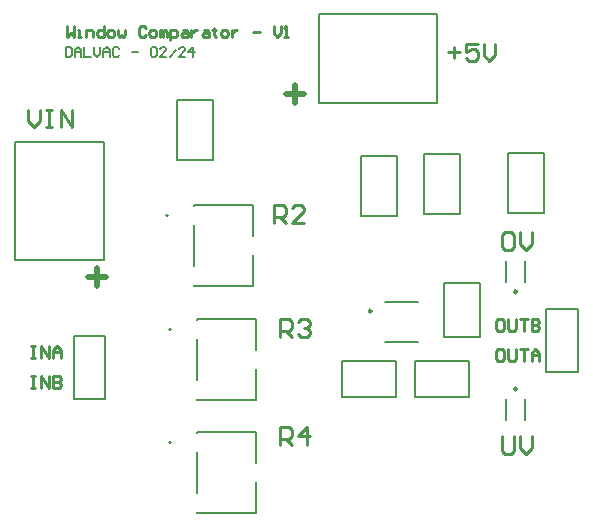
<source format=gbr>
G04*
G04 #@! TF.GenerationSoftware,Altium Limited,Altium Designer,24.1.2 (44)*
G04*
G04 Layer_Color=65535*
%FSLAX44Y44*%
%MOMM*%
G71*
G04*
G04 #@! TF.SameCoordinates,8F0F3E8E-BFDB-4773-B97D-B54856440852*
G04*
G04*
G04 #@! TF.FilePolarity,Positive*
G04*
G01*
G75*
%ADD10C,0.2000*%
%ADD11C,0.2500*%
%ADD12C,0.1270*%
%ADD13C,0.5000*%
%ADD14C,0.2540*%
D10*
X845040Y642620D02*
G03*
X845040Y642620I-1000J0D01*
G01*
Y737870D02*
G03*
X845040Y737870I-1000J0D01*
G01*
X842500Y834390D02*
G03*
X842500Y834390I-1000J0D01*
G01*
X1160780Y836930D02*
Y887730D01*
X1130300D02*
X1160780D01*
X1130300Y836930D02*
Y887730D01*
Y836930D02*
X1160780D01*
X762520Y679220D02*
Y733020D01*
X789420D01*
Y679220D02*
Y733020D01*
X762520Y679220D02*
X789420D01*
X1059180Y835660D02*
X1089660D01*
X1059180D02*
Y886460D01*
X1089660D01*
Y835660D02*
Y886460D01*
X1005840Y834390D02*
X1036320D01*
X1005840D02*
Y885190D01*
X1036320D01*
Y834390D02*
Y885190D01*
X969810Y1005240D02*
X1069810D01*
X969810Y930240D02*
X1069810D01*
X969810D02*
Y1005240D01*
X1069810Y930240D02*
Y1005240D01*
X1075690Y731520D02*
Y777240D01*
Y731520D02*
X1106170D01*
Y777240D01*
X1075690D02*
X1106170D01*
X1051560Y711200D02*
X1097280D01*
X1051560Y680720D02*
Y711200D01*
Y680720D02*
X1097280D01*
Y711200D01*
X989490Y680720D02*
X1035210D01*
Y711200D01*
X989490D02*
X1035210D01*
X989490Y680720D02*
Y711200D01*
X1026130Y727220D02*
X1054130D01*
X1026130Y761220D02*
X1054130D01*
X849630Y881380D02*
X880110D01*
X849630D02*
Y932180D01*
X880110D01*
Y881380D02*
Y932180D01*
X713070Y797090D02*
Y897090D01*
X788070Y797090D02*
Y897090D01*
X713070Y797090D02*
X788070D01*
X713070Y897090D02*
X788070D01*
X1162570Y755880D02*
X1189470D01*
X1162570Y702080D02*
Y755880D01*
Y702080D02*
X1189470D01*
Y755880D01*
X1144650Y661560D02*
Y679560D01*
X1128650Y661560D02*
Y679560D01*
Y778400D02*
Y796400D01*
X1144650Y778400D02*
Y796400D01*
D11*
X1014880Y753720D02*
G03*
X1014880Y753720I-1250J0D01*
G01*
X1137900Y687810D02*
G03*
X1137900Y687810I-1250J0D01*
G01*
Y770150D02*
G03*
X1137900Y770150I-1250J0D01*
G01*
D12*
X866540Y582970D02*
X916540D01*
X866540Y651470D02*
X916540D01*
Y582970D02*
Y609020D01*
Y625420D02*
Y651470D01*
X866540Y582970D02*
Y583620D01*
Y650820D02*
Y651470D01*
Y600020D02*
Y634420D01*
Y678220D02*
X916540D01*
X866540Y746720D02*
X916540D01*
Y678220D02*
Y704270D01*
Y720670D02*
Y746720D01*
X866540Y678220D02*
Y678870D01*
Y746070D02*
Y746720D01*
Y695270D02*
Y729670D01*
X864000Y774740D02*
X914000D01*
X864000Y843240D02*
X914000D01*
Y774740D02*
Y800790D01*
Y817190D02*
Y843240D01*
X864000Y774740D02*
Y775390D01*
Y842590D02*
Y843240D01*
Y791790D02*
Y826190D01*
X755650Y977007D02*
Y969010D01*
X759649D01*
X760982Y970343D01*
Y975675D01*
X759649Y977007D01*
X755650D01*
X763647Y969010D02*
Y974342D01*
X766313Y977007D01*
X768979Y974342D01*
Y969010D01*
Y973009D01*
X763647D01*
X771645Y977007D02*
Y969010D01*
X776976D01*
X779642Y977007D02*
Y971676D01*
X782308Y969010D01*
X784974Y971676D01*
Y977007D01*
X787640Y969010D02*
Y974342D01*
X790305Y977007D01*
X792971Y974342D01*
Y969010D01*
Y973009D01*
X787640D01*
X800969Y975675D02*
X799636Y977007D01*
X796970D01*
X795637Y975675D01*
Y970343D01*
X796970Y969010D01*
X799636D01*
X800969Y970343D01*
X811632Y973009D02*
X816964D01*
X827627Y975675D02*
X828960Y977007D01*
X831626D01*
X832958Y975675D01*
Y970343D01*
X831626Y969010D01*
X828960D01*
X827627Y970343D01*
Y975675D01*
X840956Y969010D02*
X835624D01*
X840956Y974342D01*
Y975675D01*
X839623Y977007D01*
X836957D01*
X835624Y975675D01*
X843622Y969010D02*
X848953Y974342D01*
X856951Y969010D02*
X851619D01*
X856951Y974342D01*
Y975675D01*
X855618Y977007D01*
X852952D01*
X851619Y975675D01*
X863615Y969010D02*
Y977007D01*
X859616Y973009D01*
X864948D01*
D13*
X949960Y929640D02*
Y944880D01*
X942340Y937260D02*
X957580D01*
X774700Y782320D02*
X789940D01*
X782320Y774700D02*
Y789940D01*
D14*
X756920Y994829D02*
Y985942D01*
X759882Y988905D01*
X762845Y985942D01*
Y994829D01*
X765807Y985942D02*
X768770D01*
X767288D01*
Y991867D01*
X765807D01*
X773213Y985942D02*
Y991867D01*
X777657D01*
X779138Y990386D01*
Y985942D01*
X788025Y994829D02*
Y985942D01*
X783581D01*
X782100Y987424D01*
Y990386D01*
X783581Y991867D01*
X788025D01*
X792468Y985942D02*
X795431D01*
X796912Y987424D01*
Y990386D01*
X795431Y991867D01*
X792468D01*
X790987Y990386D01*
Y987424D01*
X792468Y985942D01*
X799874Y991867D02*
Y987424D01*
X801356Y985942D01*
X802837Y987424D01*
X804318Y985942D01*
X805799Y987424D01*
Y991867D01*
X823574Y993348D02*
X822092Y994829D01*
X819130D01*
X817649Y993348D01*
Y987424D01*
X819130Y985942D01*
X822092D01*
X823574Y987424D01*
X828017Y985942D02*
X830979D01*
X832461Y987424D01*
Y990386D01*
X830979Y991867D01*
X828017D01*
X826536Y990386D01*
Y987424D01*
X828017Y985942D01*
X835423D02*
Y991867D01*
X836904D01*
X838385Y990386D01*
Y985942D01*
Y990386D01*
X839866Y991867D01*
X841348Y990386D01*
Y985942D01*
X844310Y982980D02*
Y991867D01*
X848754D01*
X850235Y990386D01*
Y987424D01*
X848754Y985942D01*
X844310D01*
X854678Y991867D02*
X857641D01*
X859122Y990386D01*
Y985942D01*
X854678D01*
X853197Y987424D01*
X854678Y988905D01*
X859122D01*
X862084Y991867D02*
Y985942D01*
Y988905D01*
X863566Y990386D01*
X865047Y991867D01*
X866528D01*
X872453D02*
X875415D01*
X876896Y990386D01*
Y985942D01*
X872453D01*
X870972Y987424D01*
X872453Y988905D01*
X876896D01*
X881340Y993348D02*
Y991867D01*
X879859D01*
X882821D01*
X881340D01*
Y987424D01*
X882821Y985942D01*
X888746D02*
X891708D01*
X893189Y987424D01*
Y990386D01*
X891708Y991867D01*
X888746D01*
X887264Y990386D01*
Y987424D01*
X888746Y985942D01*
X896152Y991867D02*
Y985942D01*
Y988905D01*
X897633Y990386D01*
X899114Y991867D01*
X900595D01*
X913926Y990386D02*
X919851D01*
X931700Y994829D02*
Y988905D01*
X934663Y985942D01*
X937625Y988905D01*
Y994829D01*
X940587Y985942D02*
X943550D01*
X942068D01*
Y994829D01*
X940587Y993348D01*
X1132838Y820415D02*
X1127759D01*
X1125220Y817876D01*
Y807719D01*
X1127759Y805180D01*
X1132838D01*
X1135377Y807719D01*
Y817876D01*
X1132838Y820415D01*
X1140455D02*
Y810258D01*
X1145533Y805180D01*
X1150612Y810258D01*
Y820415D01*
X1125220Y647695D02*
Y634999D01*
X1127759Y632460D01*
X1132838D01*
X1135377Y634999D01*
Y647695D01*
X1140455D02*
Y637538D01*
X1145533Y632460D01*
X1150612Y637538D01*
Y647695D01*
X937264Y640082D02*
Y655318D01*
X944882D01*
X947421Y652778D01*
Y647700D01*
X944882Y645161D01*
X937264D01*
X942343D02*
X947421Y640082D01*
X960117D02*
Y655318D01*
X952499Y647700D01*
X962656D01*
X937264Y731523D02*
Y746758D01*
X944882D01*
X947421Y744218D01*
Y739140D01*
X944882Y736601D01*
X937264D01*
X942343D02*
X947421Y731523D01*
X952499Y744218D02*
X955038Y746758D01*
X960117D01*
X962656Y744218D01*
Y741679D01*
X960117Y739140D01*
X957578D01*
X960117D01*
X962656Y736601D01*
Y734062D01*
X960117Y731523D01*
X955038D01*
X952499Y734062D01*
X932184Y828043D02*
Y843278D01*
X939802D01*
X942341Y840738D01*
Y835660D01*
X939802Y833121D01*
X932184D01*
X937262D02*
X942341Y828043D01*
X957576D02*
X947419D01*
X957576Y838199D01*
Y840738D01*
X955037Y843278D01*
X949958D01*
X947419Y840738D01*
X1079500Y972698D02*
X1089497D01*
X1084498Y977696D02*
Y967699D01*
X1104492Y980195D02*
X1094495D01*
Y972698D01*
X1099493Y975197D01*
X1101993D01*
X1104492Y972698D01*
Y967699D01*
X1101993Y965200D01*
X1096994D01*
X1094495Y967699D01*
X1109490Y980195D02*
Y970198D01*
X1114489Y965200D01*
X1119487Y970198D01*
Y980195D01*
X723900Y924315D02*
Y914318D01*
X728898Y909320D01*
X733897Y914318D01*
Y924315D01*
X738895D02*
X743894D01*
X741394D01*
Y909320D01*
X738895D01*
X743894D01*
X751391D02*
Y924315D01*
X761388Y909320D01*
Y924315D01*
X1125138Y746597D02*
X1121806D01*
X1120140Y744931D01*
Y738266D01*
X1121806Y736600D01*
X1125138D01*
X1126805Y738266D01*
Y744931D01*
X1125138Y746597D01*
X1130137D02*
Y738266D01*
X1131803Y736600D01*
X1135135D01*
X1136801Y738266D01*
Y746597D01*
X1140134D02*
X1146798D01*
X1143466D01*
Y736600D01*
X1150130Y746597D02*
Y736600D01*
X1155129D01*
X1156795Y738266D01*
Y739932D01*
X1155129Y741598D01*
X1150130D01*
X1155129D01*
X1156795Y743264D01*
Y744931D01*
X1155129Y746597D01*
X1150130D01*
X1125138Y721197D02*
X1121806D01*
X1120140Y719531D01*
Y712866D01*
X1121806Y711200D01*
X1125138D01*
X1126805Y712866D01*
Y719531D01*
X1125138Y721197D01*
X1130137D02*
Y712866D01*
X1131803Y711200D01*
X1135135D01*
X1136801Y712866D01*
Y721197D01*
X1140134D02*
X1146798D01*
X1143466D01*
Y711200D01*
X1150130D02*
Y717865D01*
X1153463Y721197D01*
X1156795Y717865D01*
Y711200D01*
Y716198D01*
X1150130D01*
X726440Y698337D02*
X729772D01*
X728106D01*
Y688340D01*
X726440D01*
X729772D01*
X734771D02*
Y698337D01*
X741435Y688340D01*
Y698337D01*
X744767D02*
Y688340D01*
X749766D01*
X751432Y690006D01*
Y691672D01*
X749766Y693338D01*
X744767D01*
X749766D01*
X751432Y695005D01*
Y696671D01*
X749766Y698337D01*
X744767D01*
X726440Y723737D02*
X729772D01*
X728106D01*
Y713740D01*
X726440D01*
X729772D01*
X734771D02*
Y723737D01*
X741435Y713740D01*
Y723737D01*
X744767Y713740D02*
Y720405D01*
X748100Y723737D01*
X751432Y720405D01*
Y713740D01*
Y718738D01*
X744767D01*
M02*

</source>
